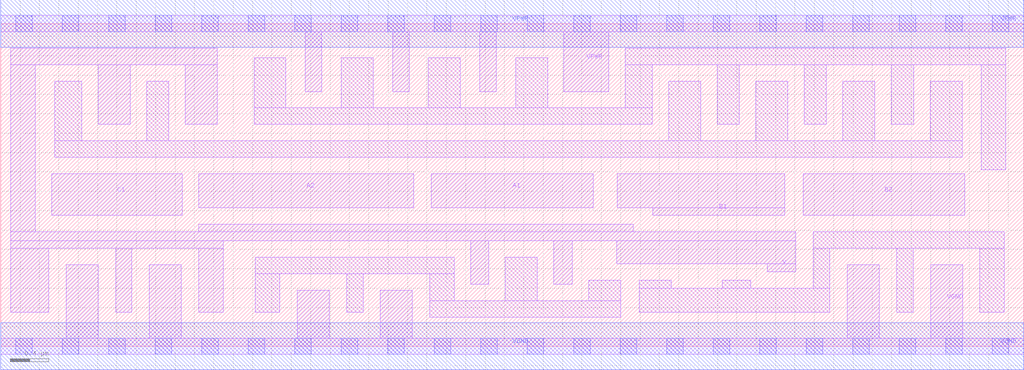
<source format=lef>
# Copyright 2020 The SkyWater PDK Authors
#
# Licensed under the Apache License, Version 2.0 (the "License");
# you may not use this file except in compliance with the License.
# You may obtain a copy of the License at
#
#     https://www.apache.org/licenses/LICENSE-2.0
#
# Unless required by applicable law or agreed to in writing, software
# distributed under the License is distributed on an "AS IS" BASIS,
# WITHOUT WARRANTIES OR CONDITIONS OF ANY KIND, either express or implied.
# See the License for the specific language governing permissions and
# limitations under the License.
#
# SPDX-License-Identifier: Apache-2.0

VERSION 5.7 ;
  NAMESCASESENSITIVE ON ;
  NOWIREEXTENSIONATPIN ON ;
  DIVIDERCHAR "/" ;
  BUSBITCHARS "[]" ;
UNITS
  DATABASE MICRONS 200 ;
END UNITS
MACRO sky130_fd_sc_ms__a221oi_4
  CLASS CORE ;
  SOURCE USER ;
  FOREIGN sky130_fd_sc_ms__a221oi_4 ;
  ORIGIN  0.000000  0.000000 ;
  SIZE  10.56000 BY  3.330000 ;
  SYMMETRY X Y ;
  SITE unit ;
  PIN A1
    ANTENNAGATEAREA  1.250400 ;
    DIRECTION INPUT ;
    USE SIGNAL ;
    PORT
      LAYER li1 ;
        RECT 4.445000 1.430000 6.115000 1.780000 ;
    END
  END A1
  PIN A2
    ANTENNAGATEAREA  1.250400 ;
    DIRECTION INPUT ;
    USE SIGNAL ;
    PORT
      LAYER li1 ;
        RECT 2.045000 1.430000 4.265000 1.780000 ;
    END
  END A2
  PIN B1
    ANTENNAGATEAREA  1.250400 ;
    DIRECTION INPUT ;
    USE SIGNAL ;
    PORT
      LAYER li1 ;
        RECT 6.365000 1.430000 8.095000 1.780000 ;
        RECT 6.730000 1.350000 8.095000 1.430000 ;
    END
  END B1
  PIN B2
    ANTENNAGATEAREA  1.250400 ;
    DIRECTION INPUT ;
    USE SIGNAL ;
    PORT
      LAYER li1 ;
        RECT 8.285000 1.350000 9.955000 1.780000 ;
    END
  END B2
  PIN C1
    ANTENNAGATEAREA  1.250400 ;
    DIRECTION INPUT ;
    USE SIGNAL ;
    PORT
      LAYER li1 ;
        RECT 0.525000 1.350000 1.875000 1.780000 ;
    END
  END C1
  PIN Y
    ANTENNADIFFAREA  2.313000 ;
    DIRECTION OUTPUT ;
    USE SIGNAL ;
    PORT
      LAYER li1 ;
        RECT 0.105000 0.350000 0.495000 1.010000 ;
        RECT 0.105000 1.010000 2.295000 1.090000 ;
        RECT 0.105000 1.090000 8.210000 1.180000 ;
        RECT 0.105000 1.180000 0.355000 2.905000 ;
        RECT 0.105000 2.905000 2.235000 3.075000 ;
        RECT 1.005000 2.290000 1.335000 2.905000 ;
        RECT 1.185000 0.350000 1.355000 1.010000 ;
        RECT 1.905000 2.290000 2.235000 2.905000 ;
        RECT 2.045000 0.350000 2.295000 1.010000 ;
        RECT 2.045000 1.180000 6.530000 1.260000 ;
        RECT 4.850000 0.640000 5.040000 1.090000 ;
        RECT 5.710000 0.640000 5.900000 1.090000 ;
        RECT 6.360000 0.850000 8.210000 1.090000 ;
        RECT 7.915000 0.770000 8.210000 0.850000 ;
    END
  END Y
  PIN VGND
    DIRECTION INOUT ;
    USE GROUND ;
    PORT
      LAYER li1 ;
        RECT 0.000000 -0.085000 10.560000 0.085000 ;
        RECT 0.675000  0.085000  1.005000 0.840000 ;
        RECT 1.535000  0.085000  1.865000 0.840000 ;
        RECT 3.060000  0.085000  3.390000 0.580000 ;
        RECT 3.920000  0.085000  4.250000 0.580000 ;
        RECT 8.740000  0.085000  9.070000 0.840000 ;
        RECT 9.600000  0.085000  9.930000 0.840000 ;
      LAYER mcon ;
        RECT  0.155000 -0.085000  0.325000 0.085000 ;
        RECT  0.635000 -0.085000  0.805000 0.085000 ;
        RECT  1.115000 -0.085000  1.285000 0.085000 ;
        RECT  1.595000 -0.085000  1.765000 0.085000 ;
        RECT  2.075000 -0.085000  2.245000 0.085000 ;
        RECT  2.555000 -0.085000  2.725000 0.085000 ;
        RECT  3.035000 -0.085000  3.205000 0.085000 ;
        RECT  3.515000 -0.085000  3.685000 0.085000 ;
        RECT  3.995000 -0.085000  4.165000 0.085000 ;
        RECT  4.475000 -0.085000  4.645000 0.085000 ;
        RECT  4.955000 -0.085000  5.125000 0.085000 ;
        RECT  5.435000 -0.085000  5.605000 0.085000 ;
        RECT  5.915000 -0.085000  6.085000 0.085000 ;
        RECT  6.395000 -0.085000  6.565000 0.085000 ;
        RECT  6.875000 -0.085000  7.045000 0.085000 ;
        RECT  7.355000 -0.085000  7.525000 0.085000 ;
        RECT  7.835000 -0.085000  8.005000 0.085000 ;
        RECT  8.315000 -0.085000  8.485000 0.085000 ;
        RECT  8.795000 -0.085000  8.965000 0.085000 ;
        RECT  9.275000 -0.085000  9.445000 0.085000 ;
        RECT  9.755000 -0.085000  9.925000 0.085000 ;
        RECT 10.235000 -0.085000 10.405000 0.085000 ;
      LAYER met1 ;
        RECT 0.000000 -0.245000 10.560000 0.245000 ;
    END
  END VGND
  PIN VPWR
    DIRECTION INOUT ;
    USE POWER ;
    PORT
      LAYER li1 ;
        RECT 0.000000 3.245000 10.560000 3.415000 ;
        RECT 3.145000 2.630000  3.315000 3.245000 ;
        RECT 4.045000 2.630000  4.215000 3.245000 ;
        RECT 4.945000 2.630000  5.115000 3.245000 ;
        RECT 5.815000 2.630000  6.275000 3.245000 ;
      LAYER mcon ;
        RECT  0.155000 3.245000  0.325000 3.415000 ;
        RECT  0.635000 3.245000  0.805000 3.415000 ;
        RECT  1.115000 3.245000  1.285000 3.415000 ;
        RECT  1.595000 3.245000  1.765000 3.415000 ;
        RECT  2.075000 3.245000  2.245000 3.415000 ;
        RECT  2.555000 3.245000  2.725000 3.415000 ;
        RECT  3.035000 3.245000  3.205000 3.415000 ;
        RECT  3.515000 3.245000  3.685000 3.415000 ;
        RECT  3.995000 3.245000  4.165000 3.415000 ;
        RECT  4.475000 3.245000  4.645000 3.415000 ;
        RECT  4.955000 3.245000  5.125000 3.415000 ;
        RECT  5.435000 3.245000  5.605000 3.415000 ;
        RECT  5.915000 3.245000  6.085000 3.415000 ;
        RECT  6.395000 3.245000  6.565000 3.415000 ;
        RECT  6.875000 3.245000  7.045000 3.415000 ;
        RECT  7.355000 3.245000  7.525000 3.415000 ;
        RECT  7.835000 3.245000  8.005000 3.415000 ;
        RECT  8.315000 3.245000  8.485000 3.415000 ;
        RECT  8.795000 3.245000  8.965000 3.415000 ;
        RECT  9.275000 3.245000  9.445000 3.415000 ;
        RECT  9.755000 3.245000  9.925000 3.415000 ;
        RECT 10.235000 3.245000 10.405000 3.415000 ;
      LAYER met1 ;
        RECT 0.000000 3.085000 10.560000 3.575000 ;
    END
  END VPWR
  OBS
    LAYER li1 ;
      RECT  0.555000 1.950000  9.925000 2.120000 ;
      RECT  0.555000 2.120000  0.835000 2.735000 ;
      RECT  1.505000 2.120000  1.735000 2.735000 ;
      RECT  2.615000 2.290000  6.725000 2.460000 ;
      RECT  2.615000 2.460000  2.945000 2.980000 ;
      RECT  2.630000 0.350000  2.880000 0.750000 ;
      RECT  2.630000 0.750000  4.680000 0.920000 ;
      RECT  3.515000 2.460000  3.845000 2.980000 ;
      RECT  3.570000 0.350000  3.740000 0.750000 ;
      RECT  4.415000 2.460000  4.745000 2.980000 ;
      RECT  4.430000 0.300000  6.400000 0.470000 ;
      RECT  4.430000 0.470000  4.680000 0.750000 ;
      RECT  5.210000 0.470000  5.540000 0.920000 ;
      RECT  5.315000 2.460000  5.645000 2.980000 ;
      RECT  6.070000 0.470000  6.400000 0.680000 ;
      RECT  6.445000 2.460000  6.725000 2.905000 ;
      RECT  6.445000 2.905000 10.375000 3.075000 ;
      RECT  6.590000 0.350000  8.560000 0.600000 ;
      RECT  6.590000 0.600000  6.920000 0.680000 ;
      RECT  6.895000 2.120000  7.225000 2.735000 ;
      RECT  7.395000 2.290000  7.625000 2.905000 ;
      RECT  7.450000 0.600000  7.745000 0.680000 ;
      RECT  7.795000 2.120000  8.125000 2.735000 ;
      RECT  8.295000 2.290000  8.525000 2.905000 ;
      RECT  8.390000 0.600000  8.560000 1.010000 ;
      RECT  8.390000 1.010000 10.360000 1.180000 ;
      RECT  8.695000 2.120000  9.025000 2.735000 ;
      RECT  9.195000 2.290000  9.425000 2.905000 ;
      RECT  9.250000 0.350000  9.420000 1.010000 ;
      RECT  9.595000 2.120000  9.925000 2.735000 ;
      RECT 10.110000 0.350000 10.360000 1.010000 ;
      RECT 10.125000 1.820000 10.375000 2.905000 ;
  END
END sky130_fd_sc_ms__a221oi_4

</source>
